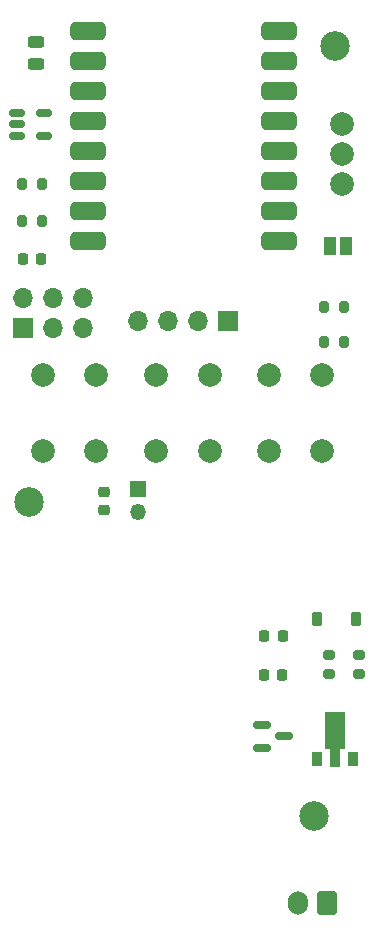
<source format=gbr>
%TF.GenerationSoftware,KiCad,Pcbnew,7.0.7*%
%TF.CreationDate,2024-05-31T07:58:12-05:00*%
%TF.ProjectId,ThinkTankTimerVote,5468696e-6b54-4616-9e6b-54696d657256,rev?*%
%TF.SameCoordinates,Original*%
%TF.FileFunction,Soldermask,Top*%
%TF.FilePolarity,Negative*%
%FSLAX46Y46*%
G04 Gerber Fmt 4.6, Leading zero omitted, Abs format (unit mm)*
G04 Created by KiCad (PCBNEW 7.0.7) date 2024-05-31 07:58:12*
%MOMM*%
%LPD*%
G01*
G04 APERTURE LIST*
G04 Aperture macros list*
%AMRoundRect*
0 Rectangle with rounded corners*
0 $1 Rounding radius*
0 $2 $3 $4 $5 $6 $7 $8 $9 X,Y pos of 4 corners*
0 Add a 4 corners polygon primitive as box body*
4,1,4,$2,$3,$4,$5,$6,$7,$8,$9,$2,$3,0*
0 Add four circle primitives for the rounded corners*
1,1,$1+$1,$2,$3*
1,1,$1+$1,$4,$5*
1,1,$1+$1,$6,$7*
1,1,$1+$1,$8,$9*
0 Add four rect primitives between the rounded corners*
20,1,$1+$1,$2,$3,$4,$5,0*
20,1,$1+$1,$4,$5,$6,$7,0*
20,1,$1+$1,$6,$7,$8,$9,0*
20,1,$1+$1,$8,$9,$2,$3,0*%
%AMFreePoly0*
4,1,9,3.862500,-0.866500,0.737500,-0.866500,0.737500,-0.450000,-0.737500,-0.450000,-0.737500,0.450000,0.737500,0.450000,0.737500,0.866500,3.862500,0.866500,3.862500,-0.866500,3.862500,-0.866500,$1*%
G04 Aperture macros list end*
%ADD10C,2.000000*%
%ADD11RoundRect,0.225000X-0.225000X-0.250000X0.225000X-0.250000X0.225000X0.250000X-0.225000X0.250000X0*%
%ADD12RoundRect,0.150000X-0.587500X-0.150000X0.587500X-0.150000X0.587500X0.150000X-0.587500X0.150000X0*%
%ADD13C,2.500000*%
%ADD14R,0.900000X1.300000*%
%ADD15FreePoly0,90.000000*%
%ADD16RoundRect,0.200000X-0.200000X-0.275000X0.200000X-0.275000X0.200000X0.275000X-0.200000X0.275000X0*%
%ADD17R,1.700000X1.700000*%
%ADD18O,1.700000X1.700000*%
%ADD19RoundRect,0.200000X0.275000X-0.200000X0.275000X0.200000X-0.275000X0.200000X-0.275000X-0.200000X0*%
%ADD20RoundRect,0.225000X-0.225000X-0.375000X0.225000X-0.375000X0.225000X0.375000X-0.225000X0.375000X0*%
%ADD21RoundRect,0.381000X-1.119000X-0.381000X1.119000X-0.381000X1.119000X0.381000X-1.119000X0.381000X0*%
%ADD22RoundRect,0.225000X0.250000X-0.225000X0.250000X0.225000X-0.250000X0.225000X-0.250000X-0.225000X0*%
%ADD23RoundRect,0.150000X-0.512500X-0.150000X0.512500X-0.150000X0.512500X0.150000X-0.512500X0.150000X0*%
%ADD24RoundRect,0.250000X0.600000X0.750000X-0.600000X0.750000X-0.600000X-0.750000X0.600000X-0.750000X0*%
%ADD25O,1.700000X2.000000*%
%ADD26RoundRect,0.243750X0.456250X-0.243750X0.456250X0.243750X-0.456250X0.243750X-0.456250X-0.243750X0*%
%ADD27R,1.350000X1.350000*%
%ADD28O,1.350000X1.350000*%
%ADD29R,1.000000X1.500000*%
G04 APERTURE END LIST*
D10*
%TO.C,SW3*%
X182245000Y-105410000D03*
X182245000Y-98910000D03*
X186745000Y-105410000D03*
X186745000Y-98910000D03*
%TD*%
D11*
%TO.C,C2*%
X191363000Y-124333000D03*
X192913000Y-124333000D03*
%TD*%
D12*
%TO.C,Q1*%
X191165000Y-128590000D03*
X191165000Y-130490000D03*
X193040000Y-129540000D03*
%TD*%
D13*
%TO.C,H3*%
X197358000Y-71120000D03*
%TD*%
D14*
%TO.C,U2*%
X195858000Y-131490000D03*
D15*
X197358000Y-131402500D03*
D14*
X198858000Y-131490000D03*
%TD*%
D11*
%TO.C,C1*%
X191389000Y-121031000D03*
X192939000Y-121031000D03*
%TD*%
D16*
%TO.C,R4*%
X170899000Y-85904000D03*
X172549000Y-85904000D03*
%TD*%
D10*
%TO.C,SW2*%
X172665000Y-105410000D03*
X172665000Y-98910000D03*
X177165000Y-105410000D03*
X177165000Y-98910000D03*
%TD*%
D17*
%TO.C,J4*%
X188341000Y-94361000D03*
D18*
X185801000Y-94361000D03*
X183261000Y-94361000D03*
X180721000Y-94361000D03*
%TD*%
D19*
%TO.C,R2*%
X196850000Y-124267000D03*
X196850000Y-122617000D03*
%TD*%
D20*
%TO.C,D2*%
X195836000Y-119634000D03*
X199136000Y-119634000D03*
%TD*%
D16*
%TO.C,R5*%
X196470000Y-93218000D03*
X198120000Y-93218000D03*
%TD*%
D21*
%TO.C,U1*%
X192651000Y-87630000D03*
X192651000Y-85090000D03*
X192651000Y-82550000D03*
X192651000Y-80010000D03*
X192651000Y-77470000D03*
X176411000Y-69850000D03*
X176411000Y-72390000D03*
X176411000Y-74930000D03*
X176411000Y-77470000D03*
X176411000Y-80010000D03*
X176411000Y-82550000D03*
X176411000Y-85090000D03*
X176411000Y-87630000D03*
X192651000Y-69850000D03*
X192651000Y-72390000D03*
X192651000Y-74930000D03*
%TD*%
D10*
%TO.C,SW1*%
X197993000Y-77724000D03*
X197993000Y-80264000D03*
X197993000Y-82804000D03*
%TD*%
D17*
%TO.C,J3*%
X170942000Y-94996000D03*
D18*
X170942000Y-92456000D03*
X173482000Y-94996000D03*
X173482000Y-92456000D03*
X176022000Y-94996000D03*
X176022000Y-92456000D03*
%TD*%
D11*
%TO.C,C3*%
X170916000Y-89154000D03*
X172466000Y-89154000D03*
%TD*%
D22*
%TO.C,C4*%
X177800000Y-110389000D03*
X177800000Y-108839000D03*
%TD*%
D13*
%TO.C,H1*%
X195580000Y-136271000D03*
%TD*%
D16*
%TO.C,R6*%
X196470000Y-96139000D03*
X198120000Y-96139000D03*
%TD*%
D23*
%TO.C,U3*%
X170445000Y-76774000D03*
X170445000Y-77724000D03*
X170445000Y-78674000D03*
X172720000Y-78674000D03*
X172720000Y-76774000D03*
%TD*%
D13*
%TO.C,H2*%
X171450000Y-109728000D03*
%TD*%
D10*
%TO.C,SW4*%
X191770000Y-105410000D03*
X191770000Y-98910000D03*
X196270000Y-105410000D03*
X196270000Y-98910000D03*
%TD*%
D24*
%TO.C,J1*%
X196703000Y-143644500D03*
D25*
X194203000Y-143644500D03*
%TD*%
D26*
%TO.C,D1*%
X172085000Y-72644000D03*
X172085000Y-70769000D03*
%TD*%
D27*
%TO.C,J2*%
X180721000Y-108585000D03*
D28*
X180721000Y-110585000D03*
%TD*%
D16*
%TO.C,R3*%
X170899000Y-82804000D03*
X172549000Y-82804000D03*
%TD*%
D19*
%TO.C,R1*%
X199390000Y-124267000D03*
X199390000Y-122617000D03*
%TD*%
D29*
%TO.C,JP1*%
X196962000Y-88011000D03*
X198262000Y-88011000D03*
%TD*%
M02*

</source>
